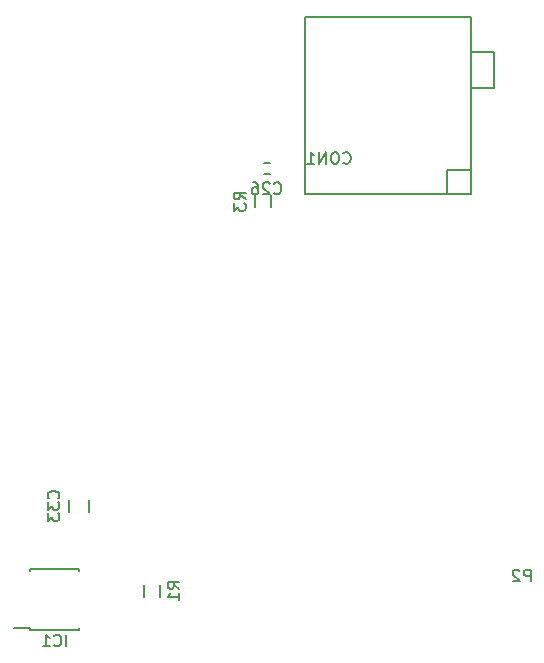
<source format=gbo>
G04 #@! TF.FileFunction,Legend,Bot*
%FSLAX46Y46*%
G04 Gerber Fmt 4.6, Leading zero omitted, Abs format (unit mm)*
G04 Created by KiCad (PCBNEW 4.0.2-stable) date 09/05/2016 17:30:52*
%MOMM*%
G01*
G04 APERTURE LIST*
%ADD10C,0.200000*%
%ADD11C,0.150000*%
G04 APERTURE END LIST*
D10*
D11*
X183102000Y-96098000D02*
X183102000Y-93098000D01*
X183102000Y-93098000D02*
X185102000Y-93098000D01*
X185102000Y-93098000D02*
X185102000Y-96098000D01*
X185102000Y-96098000D02*
X183102000Y-96098000D01*
X183102000Y-96098000D02*
X183102000Y-94098000D01*
X183102000Y-90098000D02*
X169102000Y-90098000D01*
X169102000Y-90098000D02*
X169102000Y-105098000D01*
X183102000Y-105098000D02*
X183102000Y-90098000D01*
X181102000Y-105098000D02*
X181102000Y-103098000D01*
X181102000Y-103098000D02*
X183102000Y-103098000D01*
X183102000Y-103098000D02*
X183102000Y-105098000D01*
X183102000Y-105098000D02*
X169102000Y-105098000D01*
X166156000Y-106227500D02*
X166156000Y-105227500D01*
X164806000Y-105227500D02*
X164806000Y-106227500D01*
X166061200Y-103446600D02*
X165561200Y-103446600D01*
X165561200Y-102496600D02*
X166061200Y-102496600D01*
X145816500Y-142021000D02*
X145816500Y-141876000D01*
X149966500Y-142021000D02*
X149966500Y-141876000D01*
X149966500Y-136871000D02*
X149966500Y-137016000D01*
X145816500Y-136871000D02*
X145816500Y-137016000D01*
X145816500Y-142021000D02*
X149966500Y-142021000D01*
X145816500Y-136871000D02*
X149966500Y-136871000D01*
X145816500Y-141876000D02*
X144416500Y-141876000D01*
X155408000Y-138184000D02*
X155408000Y-139184000D01*
X156758000Y-139184000D02*
X156758000Y-138184000D01*
X149073500Y-132008500D02*
X149073500Y-131008500D01*
X150773500Y-131008500D02*
X150773500Y-132008500D01*
X172316285Y-102455143D02*
X172363904Y-102502762D01*
X172506761Y-102550381D01*
X172601999Y-102550381D01*
X172744857Y-102502762D01*
X172840095Y-102407524D01*
X172887714Y-102312286D01*
X172935333Y-102121810D01*
X172935333Y-101978952D01*
X172887714Y-101788476D01*
X172840095Y-101693238D01*
X172744857Y-101598000D01*
X172601999Y-101550381D01*
X172506761Y-101550381D01*
X172363904Y-101598000D01*
X172316285Y-101645619D01*
X171697238Y-101550381D02*
X171506761Y-101550381D01*
X171411523Y-101598000D01*
X171316285Y-101693238D01*
X171268666Y-101883714D01*
X171268666Y-102217048D01*
X171316285Y-102407524D01*
X171411523Y-102502762D01*
X171506761Y-102550381D01*
X171697238Y-102550381D01*
X171792476Y-102502762D01*
X171887714Y-102407524D01*
X171935333Y-102217048D01*
X171935333Y-101883714D01*
X171887714Y-101693238D01*
X171792476Y-101598000D01*
X171697238Y-101550381D01*
X170840095Y-102550381D02*
X170840095Y-101550381D01*
X170268666Y-102550381D01*
X170268666Y-101550381D01*
X169268666Y-102550381D02*
X169840095Y-102550381D01*
X169554381Y-102550381D02*
X169554381Y-101550381D01*
X169649619Y-101693238D01*
X169744857Y-101788476D01*
X169840095Y-101836095D01*
X164033381Y-105560834D02*
X163557190Y-105227500D01*
X164033381Y-104989405D02*
X163033381Y-104989405D01*
X163033381Y-105370358D01*
X163081000Y-105465596D01*
X163128619Y-105513215D01*
X163223857Y-105560834D01*
X163366714Y-105560834D01*
X163461952Y-105513215D01*
X163509571Y-105465596D01*
X163557190Y-105370358D01*
X163557190Y-104989405D01*
X163033381Y-105894167D02*
X163033381Y-106513215D01*
X163414333Y-106179881D01*
X163414333Y-106322739D01*
X163461952Y-106417977D01*
X163509571Y-106465596D01*
X163604810Y-106513215D01*
X163842905Y-106513215D01*
X163938143Y-106465596D01*
X163985762Y-106417977D01*
X164033381Y-106322739D01*
X164033381Y-106037024D01*
X163985762Y-105941786D01*
X163938143Y-105894167D01*
X188163095Y-137905381D02*
X188163095Y-136905381D01*
X187782142Y-136905381D01*
X187686904Y-136953000D01*
X187639285Y-137000619D01*
X187591666Y-137095857D01*
X187591666Y-137238714D01*
X187639285Y-137333952D01*
X187686904Y-137381571D01*
X187782142Y-137429190D01*
X188163095Y-137429190D01*
X187210714Y-137000619D02*
X187163095Y-136953000D01*
X187067857Y-136905381D01*
X186829761Y-136905381D01*
X186734523Y-136953000D01*
X186686904Y-137000619D01*
X186639285Y-137095857D01*
X186639285Y-137191095D01*
X186686904Y-137333952D01*
X187258333Y-137905381D01*
X186639285Y-137905381D01*
X166454057Y-105028743D02*
X166501676Y-105076362D01*
X166644533Y-105123981D01*
X166739771Y-105123981D01*
X166882629Y-105076362D01*
X166977867Y-104981124D01*
X167025486Y-104885886D01*
X167073105Y-104695410D01*
X167073105Y-104552552D01*
X167025486Y-104362076D01*
X166977867Y-104266838D01*
X166882629Y-104171600D01*
X166739771Y-104123981D01*
X166644533Y-104123981D01*
X166501676Y-104171600D01*
X166454057Y-104219219D01*
X166073105Y-104219219D02*
X166025486Y-104171600D01*
X165930248Y-104123981D01*
X165692152Y-104123981D01*
X165596914Y-104171600D01*
X165549295Y-104219219D01*
X165501676Y-104314457D01*
X165501676Y-104409695D01*
X165549295Y-104552552D01*
X166120724Y-105123981D01*
X165501676Y-105123981D01*
X164644533Y-104123981D02*
X164835010Y-104123981D01*
X164930248Y-104171600D01*
X164977867Y-104219219D01*
X165073105Y-104362076D01*
X165120724Y-104552552D01*
X165120724Y-104933505D01*
X165073105Y-105028743D01*
X165025486Y-105076362D01*
X164930248Y-105123981D01*
X164739771Y-105123981D01*
X164644533Y-105076362D01*
X164596914Y-105028743D01*
X164549295Y-104933505D01*
X164549295Y-104695410D01*
X164596914Y-104600171D01*
X164644533Y-104552552D01*
X164739771Y-104504933D01*
X164930248Y-104504933D01*
X165025486Y-104552552D01*
X165073105Y-104600171D01*
X165120724Y-104695410D01*
X148867690Y-143398381D02*
X148867690Y-142398381D01*
X147820071Y-143303143D02*
X147867690Y-143350762D01*
X148010547Y-143398381D01*
X148105785Y-143398381D01*
X148248643Y-143350762D01*
X148343881Y-143255524D01*
X148391500Y-143160286D01*
X148439119Y-142969810D01*
X148439119Y-142826952D01*
X148391500Y-142636476D01*
X148343881Y-142541238D01*
X148248643Y-142446000D01*
X148105785Y-142398381D01*
X148010547Y-142398381D01*
X147867690Y-142446000D01*
X147820071Y-142493619D01*
X146867690Y-143398381D02*
X147439119Y-143398381D01*
X147153405Y-143398381D02*
X147153405Y-142398381D01*
X147248643Y-142541238D01*
X147343881Y-142636476D01*
X147439119Y-142684095D01*
X158435381Y-138517334D02*
X157959190Y-138184000D01*
X158435381Y-137945905D02*
X157435381Y-137945905D01*
X157435381Y-138326858D01*
X157483000Y-138422096D01*
X157530619Y-138469715D01*
X157625857Y-138517334D01*
X157768714Y-138517334D01*
X157863952Y-138469715D01*
X157911571Y-138422096D01*
X157959190Y-138326858D01*
X157959190Y-137945905D01*
X158435381Y-139469715D02*
X158435381Y-138898286D01*
X158435381Y-139184000D02*
X157435381Y-139184000D01*
X157578238Y-139088762D01*
X157673476Y-138993524D01*
X157721095Y-138898286D01*
X148180643Y-130865643D02*
X148228262Y-130818024D01*
X148275881Y-130675167D01*
X148275881Y-130579929D01*
X148228262Y-130437071D01*
X148133024Y-130341833D01*
X148037786Y-130294214D01*
X147847310Y-130246595D01*
X147704452Y-130246595D01*
X147513976Y-130294214D01*
X147418738Y-130341833D01*
X147323500Y-130437071D01*
X147275881Y-130579929D01*
X147275881Y-130675167D01*
X147323500Y-130818024D01*
X147371119Y-130865643D01*
X147275881Y-131198976D02*
X147275881Y-131818024D01*
X147656833Y-131484690D01*
X147656833Y-131627548D01*
X147704452Y-131722786D01*
X147752071Y-131770405D01*
X147847310Y-131818024D01*
X148085405Y-131818024D01*
X148180643Y-131770405D01*
X148228262Y-131722786D01*
X148275881Y-131627548D01*
X148275881Y-131341833D01*
X148228262Y-131246595D01*
X148180643Y-131198976D01*
X147275881Y-132151357D02*
X147275881Y-132770405D01*
X147656833Y-132437071D01*
X147656833Y-132579929D01*
X147704452Y-132675167D01*
X147752071Y-132722786D01*
X147847310Y-132770405D01*
X148085405Y-132770405D01*
X148180643Y-132722786D01*
X148228262Y-132675167D01*
X148275881Y-132579929D01*
X148275881Y-132294214D01*
X148228262Y-132198976D01*
X148180643Y-132151357D01*
M02*

</source>
